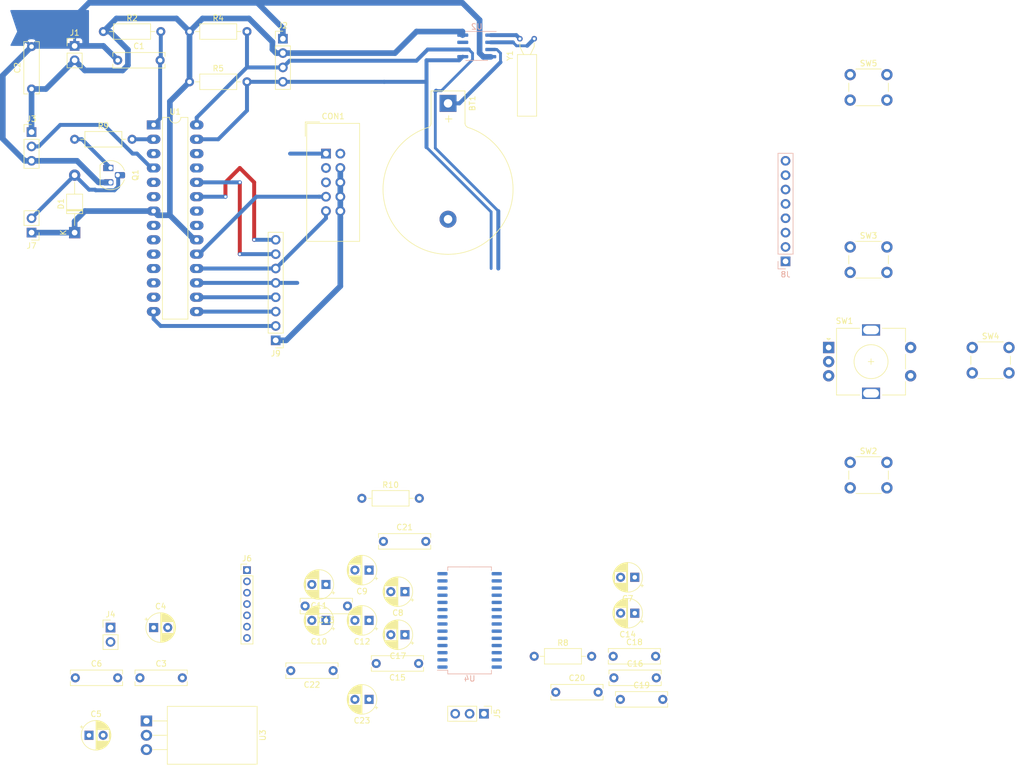
<source format=kicad_pcb>
(kicad_pcb (version 20171130) (host pcbnew 5.1.4+dfsg1-1)
  (layers (0 F.Cu signal) (31 B.Cu signal) (34 B.Paste user) (35 F.Paste user) (36 B.SilkS user) (37 F.SilkS user) (38 B.Mask user) (39 F.Mask user) (44 Edge.Cuts user))
  (net 0 "")
  (net 1 "Net-(BT1-Pad1)")
  (net 2 GND)
  (net 3 /Reset)
  (net 4 VCC)
  (net 5 GNDA)
  (net 6 "Net-(C3-Pad1)")
  (net 7 /+9V)
  (net 8 "Net-(C7-Pad2)")
  (net 9 "Net-(C7-Pad1)")
  (net 10 "Net-(C8-Pad2)")
  (net 11 "Net-(C8-Pad1)")
  (net 12 "Net-(C9-Pad1)")
  (net 13 "Net-(C9-Pad2)")
  (net 14 "Net-(C10-Pad1)")
  (net 15 "Net-(C10-Pad2)")
  (net 16 "Net-(C11-Pad1)")
  (net 17 "Net-(C11-Pad2)")
  (net 18 "Net-(C12-Pad2)")
  (net 19 "Net-(C12-Pad1)")
  (net 20 "Net-(C13-Pad2)")
  (net 21 "Net-(C14-Pad1)")
  (net 22 "Net-(C14-Pad2)")
  (net 23 "Net-(C15-Pad2)")
  (net 24 "Net-(C16-Pad2)")
  (net 25 "Net-(C16-Pad1)")
  (net 26 "Net-(C17-Pad1)")
  (net 27 "Net-(C17-Pad2)")
  (net 28 "Net-(C18-Pad2)")
  (net 29 "Net-(C19-Pad2)")
  (net 30 "Net-(C19-Pad1)")
  (net 31 "Net-(C20-Pad2)")
  (net 32 "Net-(C21-Pad2)")
  (net 33 "Net-(C22-Pad2)")
  (net 34 "Net-(C23-Pad1)")
  (net 35 /BTN3_MOSI)
  (net 36 "Net-(CON1-Pad3)")
  (net 37 /SCK)
  (net 38 /PowerBTN_MISO)
  (net 39 "Net-(D1-Pad2)")
  (net 40 /SCL)
  (net 41 /SDA)
  (net 42 /IRint)
  (net 43 /RIGHT)
  (net 44 /LEFT)
  (net 45 /A1_GND)
  (net 46 "Net-(J8-Pad2)")
  (net 47 "Net-(J8-Pad3)")
  (net 48 "Net-(J8-Pad4)")
  (net 49 "Net-(J8-Pad5)")
  (net 50 "Net-(J8-Pad6)")
  (net 51 "Net-(J8-Pad7)")
  (net 52 "Net-(J8-Pad8)")
  (net 53 /ENC0)
  (net 54 /ENC1)
  (net 55 /BTN2)
  (net 56 /BTN1)
  (net 57 /BTN0)
  (net 58 "Net-(Q1-Pad1)")
  (net 59 /Power)
  (net 60 "Net-(U1-Pad3)")
  (net 61 "Net-(U1-Pad5)")
  (net 62 "Net-(U1-Pad6)")
  (net 63 "Net-(U1-Pad9)")
  (net 64 "Net-(U1-Pad10)")
  (net 65 "Net-(U1-Pad11)")
  (net 66 "Net-(U1-Pad25)")
  (net 67 "Net-(U1-Pad12)")
  (net 68 "Net-(U1-Pad26)")
  (net 69 "Net-(U1-Pad13)")
  (net 70 "Net-(U2-Pad1)")
  (net 71 "Net-(U2-Pad2)")
  (net 72 "Net-(U2-Pad7)")
  (net 73 "Net-(U4-Pad22)")
  (net 74 "Net-(U4-Pad23)")
  (module Capacitor_THT:C_Rect_L9.0mm_W2.5mm_P7.50mm_MKT (layer F.Cu) (at 35.56 25.4)
    (fp_text reference C1 (at 3.75 -2.5) (layer F.SilkS))
    (fp_text value 100nF)
    (pad 2 thru_hole circle (at 7.5 0) (size 1.6 1.6) (drill 0.8) (layers *.Cu *.Mask) (net 3 /Reset))
    (pad 1 thru_hole circle (at 0 0) (size 1.6 1.6) (drill 0.8) (layers *.Cu *.Mask) (net 2 GND))
  )
  (module Capacitor_THT:C_Rect_L9.0mm_W2.5mm_P7.50mm_MKT (layer F.Cu) (at 20.32 30.48 90)
    (fp_text reference C2 (at 3.75 -2.5 90) (layer F.SilkS))
    (fp_text value 100nF)
    (pad 1 thru_hole circle (at 0 0 90) (size 1.6 1.6) (drill 0.8) (layers *.Cu *.Mask) (net 4 VCC))
    (pad 2 thru_hole circle (at 7.5 0 90) (size 1.6 1.6) (drill 0.8) (layers *.Cu *.Mask) (net 2 GND))
  )
  (module Capacitor_THT:C_Rect_L9.0mm_W2.5mm_P7.50mm_MKT (layer F.Cu) (at 39.49 134.62)
    (fp_text reference C3 (at 3.75 -2.5) (layer F.SilkS))
    (fp_text value 0.33uF)
    (pad 2 thru_hole circle (at 7.5 0) (size 1.6 1.6) (drill 0.8) (layers *.Cu *.Mask) (net 5 GNDA))
    (pad 1 thru_hole circle (at 0 0) (size 1.6 1.6) (drill 0.8) (layers *.Cu *.Mask) (net 6 "Net-(C3-Pad1)"))
  )
  (module Capacitor_THT:CP_Radial_D5.0mm_P2.50mm (layer F.Cu) (at 41.91 125.73)
    (fp_text reference C4 (at 1.25 -3.75) (layer F.SilkS))
    (fp_text value 100uF)
    (pad 2 thru_hole circle (at 2.5 0) (size 1.6 1.6) (drill 0.8) (layers *.Cu *.Mask) (net 5 GNDA))
    (pad 1 thru_hole rect (at 0 0) (size 1.6 1.6) (drill 0.8) (layers *.Cu *.Mask) (net 6 "Net-(C3-Pad1)"))
  )
  (module Capacitor_THT:CP_Radial_D5.0mm_P2.50mm (layer F.Cu) (at 30.48 144.78)
    (fp_text reference C5 (at 1.25 -3.75) (layer F.SilkS))
    (fp_text value 100uF)
    (pad 1 thru_hole rect (at 0 0) (size 1.6 1.6) (drill 0.8) (layers *.Cu *.Mask) (net 7 /+9V))
    (pad 2 thru_hole circle (at 2.5 0) (size 1.6 1.6) (drill 0.8) (layers *.Cu *.Mask) (net 5 GNDA))
  )
  (module Capacitor_THT:C_Rect_L9.0mm_W2.5mm_P7.50mm_MKT (layer F.Cu) (at 28.06 134.62)
    (fp_text reference C6 (at 3.75 -2.5) (layer F.SilkS))
    (fp_text value 100nF)
    (pad 1 thru_hole circle (at 0 0) (size 1.6 1.6) (drill 0.8) (layers *.Cu *.Mask) (net 7 /+9V))
    (pad 2 thru_hole circle (at 7.5 0) (size 1.6 1.6) (drill 0.8) (layers *.Cu *.Mask) (net 5 GNDA))
  )
  (module Capacitor_THT:CP_Radial_D5.0mm_P2.50mm (layer F.Cu) (at 127 116.84 180)
    (fp_text reference C7 (at 1.25 -3.75) (layer F.SilkS))
    (fp_text value 2.2uF)
    (pad 2 thru_hole circle (at 2.5 0 180) (size 1.6 1.6) (drill 0.8) (layers *.Cu *.Mask) (net 8 "Net-(C7-Pad2)"))
    (pad 1 thru_hole rect (at 0 0 180) (size 1.6 1.6) (drill 0.8) (layers *.Cu *.Mask) (net 9 "Net-(C7-Pad1)"))
  )
  (module Capacitor_THT:CP_Radial_D5.0mm_P2.50mm (layer F.Cu) (at 86.36 119.38 180)
    (fp_text reference C8 (at 1.25 -3.75) (layer F.SilkS))
    (fp_text value 2.2uF)
    (pad 2 thru_hole circle (at 2.5 0 180) (size 1.6 1.6) (drill 0.8) (layers *.Cu *.Mask) (net 10 "Net-(C8-Pad2)"))
    (pad 1 thru_hole rect (at 0 0 180) (size 1.6 1.6) (drill 0.8) (layers *.Cu *.Mask) (net 11 "Net-(C8-Pad1)"))
  )
  (module Capacitor_THT:CP_Radial_D5.0mm_P2.50mm (layer F.Cu) (at 80.01 115.57 180)
    (fp_text reference C9 (at 1.25 -3.75) (layer F.SilkS))
    (fp_text value 2.2uF)
    (pad 1 thru_hole rect (at 0 0 180) (size 1.6 1.6) (drill 0.8) (layers *.Cu *.Mask) (net 12 "Net-(C9-Pad1)"))
    (pad 2 thru_hole circle (at 2.5 0 180) (size 1.6 1.6) (drill 0.8) (layers *.Cu *.Mask) (net 13 "Net-(C9-Pad2)"))
  )
  (module Capacitor_THT:CP_Radial_D5.0mm_P2.50mm (layer F.Cu) (at 72.39 124.46 180)
    (fp_text reference C10 (at 1.25 -3.75) (layer F.SilkS))
    (fp_text value 2.2uF)
    (pad 1 thru_hole rect (at 0 0 180) (size 1.6 1.6) (drill 0.8) (layers *.Cu *.Mask) (net 14 "Net-(C10-Pad1)"))
    (pad 2 thru_hole circle (at 2.5 0 180) (size 1.6 1.6) (drill 0.8) (layers *.Cu *.Mask) (net 15 "Net-(C10-Pad2)"))
  )
  (module Capacitor_THT:CP_Radial_D5.0mm_P2.50mm (layer F.Cu) (at 72.39 118.11 180)
    (fp_text reference C11 (at 1.25 -3.75) (layer F.SilkS))
    (fp_text value 2.2uF)
    (pad 1 thru_hole rect (at 0 0 180) (size 1.6 1.6) (drill 0.8) (layers *.Cu *.Mask) (net 16 "Net-(C11-Pad1)"))
    (pad 2 thru_hole circle (at 2.5 0 180) (size 1.6 1.6) (drill 0.8) (layers *.Cu *.Mask) (net 17 "Net-(C11-Pad2)"))
  )
  (module Capacitor_THT:CP_Radial_D5.0mm_P2.50mm (layer F.Cu) (at 80.01 124.46 180)
    (fp_text reference C12 (at 1.25 -3.75) (layer F.SilkS))
    (fp_text value 2.2uF)
    (pad 2 thru_hole circle (at 2.5 0 180) (size 1.6 1.6) (drill 0.8) (layers *.Cu *.Mask) (net 18 "Net-(C12-Pad2)"))
    (pad 1 thru_hole rect (at 0 0 180) (size 1.6 1.6) (drill 0.8) (layers *.Cu *.Mask) (net 19 "Net-(C12-Pad1)"))
  )
  (module Capacitor_THT:C_Rect_L9.0mm_W2.5mm_P7.50mm_MKT (layer F.Cu) (at 76.2 121.92 180)
    (fp_text reference C13 (at 3.75 -2.5) (layer F.SilkS))
    (fp_text value 100nF)
    (pad 1 thru_hole circle (at 0 0 180) (size 1.6 1.6) (drill 0.8) (layers *.Cu *.Mask) (net 5 GNDA))
    (pad 2 thru_hole circle (at 7.5 0 180) (size 1.6 1.6) (drill 0.8) (layers *.Cu *.Mask) (net 20 "Net-(C13-Pad2)"))
  )
  (module Capacitor_THT:CP_Radial_D5.0mm_P2.50mm (layer F.Cu) (at 127 123.19 180)
    (fp_text reference C14 (at 1.25 -3.75) (layer F.SilkS))
    (fp_text value 2.2uF)
    (pad 1 thru_hole rect (at 0 0 180) (size 1.6 1.6) (drill 0.8) (layers *.Cu *.Mask) (net 21 "Net-(C14-Pad1)"))
    (pad 2 thru_hole circle (at 2.5 0 180) (size 1.6 1.6) (drill 0.8) (layers *.Cu *.Mask) (net 22 "Net-(C14-Pad2)"))
  )
  (module Capacitor_THT:C_Rect_L9.0mm_W2.5mm_P7.50mm_MKT (layer F.Cu) (at 88.78 132.08 180)
    (fp_text reference C15 (at 3.75 -2.5) (layer F.SilkS))
    (fp_text value 100nF)
    (pad 2 thru_hole circle (at 7.5 0 180) (size 1.6 1.6) (drill 0.8) (layers *.Cu *.Mask) (net 23 "Net-(C15-Pad2)"))
    (pad 1 thru_hole circle (at 0 0 180) (size 1.6 1.6) (drill 0.8) (layers *.Cu *.Mask) (net 5 GNDA))
  )
  (module Capacitor_THT:C_Rect_L9.0mm_W2.5mm_P7.50mm_MKT (layer F.Cu) (at 123.31 134.62)
    (fp_text reference C16 (at 3.75 -2.5) (layer F.SilkS))
    (fp_text value 100nF)
    (pad 2 thru_hole circle (at 7.5 0) (size 1.6 1.6) (drill 0.8) (layers *.Cu *.Mask) (net 24 "Net-(C16-Pad2)"))
    (pad 1 thru_hole circle (at 0 0) (size 1.6 1.6) (drill 0.8) (layers *.Cu *.Mask) (net 25 "Net-(C16-Pad1)"))
  )
  (module Capacitor_THT:CP_Radial_D5.0mm_P2.50mm (layer F.Cu) (at 86.36 127 180)
    (fp_text reference C17 (at 1.25 -3.75) (layer F.SilkS))
    (fp_text value 2.2uF)
    (pad 1 thru_hole rect (at 0 0 180) (size 1.6 1.6) (drill 0.8) (layers *.Cu *.Mask) (net 26 "Net-(C17-Pad1)"))
    (pad 2 thru_hole circle (at 2.5 0 180) (size 1.6 1.6) (drill 0.8) (layers *.Cu *.Mask) (net 27 "Net-(C17-Pad2)"))
  )
  (module Capacitor_THT:C_Rect_L9.0mm_W2.5mm_P7.50mm_MKT (layer F.Cu) (at 123.19 130.81)
    (fp_text reference C18 (at 3.75 -2.5) (layer F.SilkS))
    (fp_text value 100nF)
    (pad 2 thru_hole circle (at 7.5 0) (size 1.6 1.6) (drill 0.8) (layers *.Cu *.Mask) (net 28 "Net-(C18-Pad2)"))
    (pad 1 thru_hole circle (at 0 0) (size 1.6 1.6) (drill 0.8) (layers *.Cu *.Mask) (net 25 "Net-(C16-Pad1)"))
  )
  (module Capacitor_THT:C_Rect_L9.0mm_W2.5mm_P7.50mm_MKT (layer F.Cu) (at 124.46 138.43)
    (fp_text reference C19 (at 3.75 -2.5) (layer F.SilkS))
    (fp_text value 100nF)
    (pad 2 thru_hole circle (at 7.5 0) (size 1.6 1.6) (drill 0.8) (layers *.Cu *.Mask) (net 29 "Net-(C19-Pad2)"))
    (pad 1 thru_hole circle (at 0 0) (size 1.6 1.6) (drill 0.8) (layers *.Cu *.Mask) (net 30 "Net-(C19-Pad1)"))
  )
  (module Capacitor_THT:C_Rect_L9.0mm_W2.5mm_P7.50mm_MKT (layer F.Cu) (at 113.03 137.16)
    (fp_text reference C20 (at 3.75 -2.5) (layer F.SilkS))
    (fp_text value 100nF)
    (pad 1 thru_hole circle (at 0 0) (size 1.6 1.6) (drill 0.8) (layers *.Cu *.Mask) (net 30 "Net-(C19-Pad1)"))
    (pad 2 thru_hole circle (at 7.5 0) (size 1.6 1.6) (drill 0.8) (layers *.Cu *.Mask) (net 31 "Net-(C20-Pad2)"))
  )
  (module Capacitor_THT:C_Rect_L9.0mm_W2.5mm_P7.50mm_MKT (layer F.Cu) (at 82.55 110.49)
    (fp_text reference C21 (at 3.75 -2.5) (layer F.SilkS))
    (fp_text value 2.7nF)
    (pad 1 thru_hole circle (at 0 0) (size 1.6 1.6) (drill 0.8) (layers *.Cu *.Mask) (net 5 GNDA))
    (pad 2 thru_hole circle (at 7.5 0) (size 1.6 1.6) (drill 0.8) (layers *.Cu *.Mask) (net 32 "Net-(C21-Pad2)"))
  )
  (module Capacitor_THT:C_Rect_L9.0mm_W2.5mm_P7.50mm_MKT (layer F.Cu) (at 73.66 133.35 180)
    (fp_text reference C22 (at 3.75 -2.5) (layer F.SilkS))
    (fp_text value 2.7nF)
    (pad 1 thru_hole circle (at 0 0 180) (size 1.6 1.6) (drill 0.8) (layers *.Cu *.Mask) (net 5 GNDA))
    (pad 2 thru_hole circle (at 7.5 0 180) (size 1.6 1.6) (drill 0.8) (layers *.Cu *.Mask) (net 33 "Net-(C22-Pad2)"))
  )
  (module Capacitor_THT:CP_Radial_D5.0mm_P2.50mm (layer F.Cu) (at 80.01 138.43 180)
    (fp_text reference C23 (at 1.25 -3.75) (layer F.SilkS))
    (fp_text value 2.2uF)
    (pad 2 thru_hole circle (at 2.5 0 180) (size 1.6 1.6) (drill 0.8) (layers *.Cu *.Mask) (net 5 GNDA))
    (pad 1 thru_hole rect (at 0 0 180) (size 1.6 1.6) (drill 0.8) (layers *.Cu *.Mask) (net 34 "Net-(C23-Pad1)"))
  )
  (module Connector_IDC:IDC-Header_2x05_P2.54mm_Vertical (layer F.Cu) (at 72.39 41.91)
    (fp_text reference CON1 (at 1.27 -6.604) (layer F.SilkS))
    (fp_text value AVR-ISP-10)
    (pad 1 thru_hole rect (at 0 0) (size 1.7272 1.7272) (drill 1.016) (layers *.Cu *.Mask) (net 35 /BTN3_MOSI))
    (pad 2 thru_hole oval (at 2.54 0) (size 1.7272 1.7272) (drill 1.016) (layers *.Cu *.Mask) (net 4 VCC))
    (pad 3 thru_hole oval (at 0 2.54) (size 1.7272 1.7272) (drill 1.016) (layers *.Cu *.Mask) (net 36 "Net-(CON1-Pad3)"))
    (pad 4 thru_hole oval (at 2.54 2.54) (size 1.7272 1.7272) (drill 1.016) (layers *.Cu *.Mask) (net 2 GND))
    (pad 5 thru_hole oval (at 0 5.08) (size 1.7272 1.7272) (drill 1.016) (layers *.Cu *.Mask) (net 3 /Reset))
    (pad 6 thru_hole oval (at 2.54 5.08) (size 1.7272 1.7272) (drill 1.016) (layers *.Cu *.Mask) (net 2 GND))
    (pad 7 thru_hole oval (at 0 7.62) (size 1.7272 1.7272) (drill 1.016) (layers *.Cu *.Mask) (net 37 /SCK))
    (pad 8 thru_hole oval (at 2.54 7.62) (size 1.7272 1.7272) (drill 1.016) (layers *.Cu *.Mask) (net 2 GND))
    (pad 9 thru_hole oval (at 0 10.16) (size 1.7272 1.7272) (drill 1.016) (layers *.Cu *.Mask) (net 38 /PowerBTN_MISO))
    (pad 10 thru_hole oval (at 2.54 10.16) (size 1.7272 1.7272) (drill 1.016) (layers *.Cu *.Mask) (net 2 GND))
  )
  (module Diode_THT:D_T-1_P10.16mm_Horizontal (layer F.Cu) (at 27.94 55.88 90)
    (fp_text reference D1 (at 5.08 -2.42 90) (layer F.SilkS))
    (fp_text value D)
    (fp_text user K (at 0 -2 90) (layer F.SilkS))
    (pad 1 thru_hole rect (at 0 0 90) (size 2 2) (drill 1) (layers *.Cu *.Mask) (net 4 VCC))
    (pad 2 thru_hole oval (at 10.16 0 90) (size 2 2) (drill 1) (layers *.Cu *.Mask) (net 39 "Net-(D1-Pad2)"))
  )
  (module Connector_PinHeader_2.54mm:PinHeader_1x02_P2.54mm_Vertical (layer F.Cu) (at 27.94 22.86)
    (fp_text reference J1 (at 0 -2.33) (layer F.SilkS))
    (fp_text value CONN_01X02)
    (pad 2 thru_hole oval (at 0 2.54) (size 1.7 1.7) (drill 1) (layers *.Cu *.Mask) (net 4 VCC))
    (pad 1 thru_hole rect (at 0 0) (size 1.7 1.7) (drill 1) (layers *.Cu *.Mask) (net 2 GND))
  )
  (module Connector_PinHeader_2.54mm:PinHeader_1x04_P2.54mm_Vertical (layer F.Cu) (at 64.77 21.59)
    (fp_text reference J2 (at 0 -2.33) (layer F.SilkS))
    (fp_text value Conn_01x04)
    (pad 1 thru_hole rect (at 0 0) (size 1.7 1.7) (drill 1) (layers *.Cu *.Mask) (net 2 GND))
    (pad 2 thru_hole oval (at 0 2.54) (size 1.7 1.7) (drill 1) (layers *.Cu *.Mask) (net 4 VCC))
    (pad 3 thru_hole oval (at 0 5.08) (size 1.7 1.7) (drill 1) (layers *.Cu *.Mask) (net 40 /SCL))
    (pad 4 thru_hole oval (at 0 7.62) (size 1.7 1.7) (drill 1) (layers *.Cu *.Mask) (net 41 /SDA))
  )
  (module Connector_PinHeader_2.54mm:PinHeader_1x03_P2.54mm_Vertical (layer F.Cu) (at 20.32 38.1)
    (fp_text reference J3 (at 0 -2.33) (layer F.SilkS))
    (fp_text value CONN_01X03)
    (pad 1 thru_hole rect (at 0 0) (size 1.7 1.7) (drill 1) (layers *.Cu *.Mask) (net 4 VCC))
    (pad 2 thru_hole oval (at 0 2.54) (size 1.7 1.7) (drill 1) (layers *.Cu *.Mask) (net 42 /IRint))
    (pad 3 thru_hole oval (at 0 5.08) (size 1.7 1.7) (drill 1) (layers *.Cu *.Mask) (net 2 GND))
  )
  (module Connector_PinHeader_2.54mm:PinHeader_1x02_P2.54mm_Vertical (layer F.Cu) (at 34.29 125.73)
    (fp_text reference J4 (at 0 -2.33) (layer F.SilkS))
    (fp_text value CONN_01X02)
    (pad 1 thru_hole rect (at 0 0) (size 1.7 1.7) (drill 1) (layers *.Cu *.Mask) (net 5 GNDA))
    (pad 2 thru_hole oval (at 0 2.54) (size 1.7 1.7) (drill 1) (layers *.Cu *.Mask) (net 6 "Net-(C3-Pad1)"))
  )
  (module Connector_PinHeader_2.54mm:PinHeader_1x03_P2.54mm_Vertical (layer F.Cu) (at 100.33 140.97 270)
    (fp_text reference J5 (at 0 -2.33 90) (layer F.SilkS))
    (fp_text value CONN_01X03)
    (pad 3 thru_hole oval (at 0 5.08 270) (size 1.7 1.7) (drill 1) (layers *.Cu *.Mask) (net 5 GNDA))
    (pad 2 thru_hole oval (at 0 2.54 270) (size 1.7 1.7) (drill 1) (layers *.Cu *.Mask) (net 43 /RIGHT))
    (pad 1 thru_hole rect (at 0 0 270) (size 1.7 1.7) (drill 1) (layers *.Cu *.Mask) (net 44 /LEFT))
  )
  (module Connector_PinHeader_2.00mm:PinHeader_1x07_P2.00mm_Vertical (layer F.Cu) (at 58.42 115.57)
    (fp_text reference J6 (at 0 -2.06) (layer F.SilkS))
    (fp_text value CONN_01X07)
    (pad 1 thru_hole rect (at 0 0) (size 1.35 1.35) (drill 0.8) (layers *.Cu *.Mask) (net 5 GNDA))
    (pad 2 thru_hole oval (at 0 2) (size 1.35 1.35) (drill 0.8) (layers *.Cu *.Mask) (net 18 "Net-(C12-Pad2)"))
    (pad 3 thru_hole oval (at 0 4) (size 1.35 1.35) (drill 0.8) (layers *.Cu *.Mask) (net 17 "Net-(C11-Pad2)"))
    (pad 4 thru_hole oval (at 0 6) (size 1.35 1.35) (drill 0.8) (layers *.Cu *.Mask) (net 15 "Net-(C10-Pad2)"))
    (pad 5 thru_hole oval (at 0 8) (size 1.35 1.35) (drill 0.8) (layers *.Cu *.Mask) (net 13 "Net-(C9-Pad2)"))
    (pad 6 thru_hole oval (at 0 10) (size 1.35 1.35) (drill 0.8) (layers *.Cu *.Mask) (net 10 "Net-(C8-Pad2)"))
    (pad 7 thru_hole oval (at 0 12) (size 1.35 1.35) (drill 0.8) (layers *.Cu *.Mask) (net 8 "Net-(C7-Pad2)"))
  )
  (module Connector_PinHeader_2.54mm:PinHeader_1x02_P2.54mm_Vertical (layer F.Cu) (at 20.32 55.88 180)
    (fp_text reference J7 (at 0 -2.33) (layer F.SilkS))
    (fp_text value CONN_01X02)
    (pad 1 thru_hole rect (at 0 0 180) (size 1.7 1.7) (drill 1) (layers *.Cu *.Mask) (net 4 VCC))
    (pad 2 thru_hole oval (at 0 2.54 180) (size 1.7 1.7) (drill 1) (layers *.Cu *.Mask) (net 39 "Net-(D1-Pad2)"))
  )
  (module Connector_PinHeader_2.54mm:PinHeader_1x08_P2.54mm_Vertical (layer B.Cu) (at 153.67 60.96)
    (fp_text reference J8 (at 0 2.33) (layer B.SilkS) (effects (justify mirror)))
    (fp_text value CONN_01X08)
    (pad 1 thru_hole rect (at 0 0) (size 1.7 1.7) (drill 1) (layers *.Cu *.Mask) (net 45 /A1_GND))
    (pad 2 thru_hole oval (at 0 -2.54) (size 1.7 1.7) (drill 1) (layers *.Cu *.Mask) (net 46 "Net-(J8-Pad2)"))
    (pad 3 thru_hole oval (at 0 -5.08) (size 1.7 1.7) (drill 1) (layers *.Cu *.Mask) (net 47 "Net-(J8-Pad3)"))
    (pad 4 thru_hole oval (at 0 -7.62) (size 1.7 1.7) (drill 1) (layers *.Cu *.Mask) (net 48 "Net-(J8-Pad4)"))
    (pad 5 thru_hole oval (at 0 -10.16) (size 1.7 1.7) (drill 1) (layers *.Cu *.Mask) (net 49 "Net-(J8-Pad5)"))
    (pad 6 thru_hole oval (at 0 -12.7) (size 1.7 1.7) (drill 1) (layers *.Cu *.Mask) (net 50 "Net-(J8-Pad6)"))
    (pad 7 thru_hole oval (at 0 -15.24) (size 1.7 1.7) (drill 1) (layers *.Cu *.Mask) (net 51 "Net-(J8-Pad7)"))
    (pad 8 thru_hole oval (at 0 -17.78) (size 1.7 1.7) (drill 1) (layers *.Cu *.Mask) (net 52 "Net-(J8-Pad8)"))
  )
  (module Connector_PinHeader_2.54mm:PinHeader_1x08_P2.54mm_Vertical (layer F.Cu) (at 63.5 74.93 180)
    (fp_text reference J9 (at 0 -2.33) (layer F.SilkS))
    (fp_text value CONN_01X08)
    (pad 8 thru_hole oval (at 0 17.78 180) (size 1.7 1.7) (drill 1) (layers *.Cu *.Mask) (net 53 /ENC0))
    (pad 7 thru_hole oval (at 0 15.24 180) (size 1.7 1.7) (drill 1) (layers *.Cu *.Mask) (net 54 /ENC1))
    (pad 6 thru_hole oval (at 0 12.7 180) (size 1.7 1.7) (drill 1) (layers *.Cu *.Mask) (net 38 /PowerBTN_MISO))
    (pad 5 thru_hole oval (at 0 10.16 180) (size 1.7 1.7) (drill 1) (layers *.Cu *.Mask) (net 35 /BTN3_MOSI))
    (pad 4 thru_hole oval (at 0 7.62 180) (size 1.7 1.7) (drill 1) (layers *.Cu *.Mask) (net 55 /BTN2))
    (pad 3 thru_hole oval (at 0 5.08 180) (size 1.7 1.7) (drill 1) (layers *.Cu *.Mask) (net 56 /BTN1))
    (pad 2 thru_hole oval (at 0 2.54 180) (size 1.7 1.7) (drill 1) (layers *.Cu *.Mask) (net 57 /BTN0))
    (pad 1 thru_hole rect (at 0 0 180) (size 1.7 1.7) (drill 1) (layers *.Cu *.Mask) (net 2 GND))
  )
  (module Package_TO_SOT_THT:TO-92_HandSolder (layer F.Cu) (at 34.29 44.45 270)
    (fp_text reference Q1 (at 1.27 -4.4 90) (layer F.SilkS))
    (fp_text value .)
    (pad 2 thru_hole roundrect (at 1.27 -1.27 270) (size 1.1 1.8) (drill 0.75 (offset 0 -0.4)) (layers *.Cu *.Mask) (net 39 "Net-(D1-Pad2)"))
    (pad 3 thru_hole roundrect (at 2.54 0 270) (size 1.1 1.8) (drill 0.75 (offset 0 0.4)) (layers *.Cu *.Mask) (net 2 GND))
    (pad 1 thru_hole rect (at 0 0 270) (size 1.1 1.8) (drill 0.75 (offset 0 0.4)) (layers *.Cu *.Mask) (net 58 "Net-(Q1-Pad1)"))
  )
  (module Resistor_THT:R_Axial_DIN0207_L6.3mm_D2.5mm_P10.16mm_Horizontal (layer F.Cu) (at 33.02 20.32)
    (fp_text reference R2 (at 5.08 -2.37) (layer F.SilkS))
    (fp_text value 10k)
    (pad 2 thru_hole oval (at 10.16 0) (size 1.6 1.6) (drill 0.8) (layers *.Cu *.Mask) (net 3 /Reset))
    (pad 1 thru_hole circle (at 0 0) (size 1.6 1.6) (drill 0.8) (layers *.Cu *.Mask) (net 4 VCC))
  )
  (module Resistor_THT:R_Axial_DIN0207_L6.3mm_D2.5mm_P10.16mm_Horizontal (layer F.Cu) (at 48.26 20.32)
    (fp_text reference R4 (at 5.08 -2.37) (layer F.SilkS))
    (fp_text value 10k)
    (pad 1 thru_hole circle (at 0 0) (size 1.6 1.6) (drill 0.8) (layers *.Cu *.Mask) (net 4 VCC))
    (pad 2 thru_hole oval (at 10.16 0) (size 1.6 1.6) (drill 0.8) (layers *.Cu *.Mask) (net 40 /SCL))
  )
  (module Resistor_THT:R_Axial_DIN0207_L6.3mm_D2.5mm_P10.16mm_Horizontal (layer F.Cu) (at 48.26 29.21)
    (fp_text reference R5 (at 5.08 -2.37) (layer F.SilkS))
    (fp_text value 10k)
    (pad 2 thru_hole oval (at 10.16 0) (size 1.6 1.6) (drill 0.8) (layers *.Cu *.Mask) (net 41 /SDA))
    (pad 1 thru_hole circle (at 0 0) (size 1.6 1.6) (drill 0.8) (layers *.Cu *.Mask) (net 4 VCC))
  )
  (module Resistor_THT:R_Axial_DIN0207_L6.3mm_D2.5mm_P10.16mm_Horizontal (layer F.Cu) (at 109.22 130.81)
    (fp_text reference R8 (at 5.08 -2.37) (layer F.SilkS))
    (fp_text value 5.5k)
    (pad 1 thru_hole circle (at 0 0) (size 1.6 1.6) (drill 0.8) (layers *.Cu *.Mask) (net 5 GNDA))
    (pad 2 thru_hole oval (at 10.16 0) (size 1.6 1.6) (drill 0.8) (layers *.Cu *.Mask) (net 25 "Net-(C16-Pad1)"))
  )
  (module Resistor_THT:R_Axial_DIN0207_L6.3mm_D2.5mm_P10.16mm_Horizontal (layer F.Cu) (at 27.94 39.37)
    (fp_text reference R9 (at 5.08 -2.37) (layer F.SilkS))
    (fp_text value 3k)
    (pad 2 thru_hole oval (at 10.16 0) (size 1.6 1.6) (drill 0.8) (layers *.Cu *.Mask) (net 59 /Power))
    (pad 1 thru_hole circle (at 0 0) (size 1.6 1.6) (drill 0.8) (layers *.Cu *.Mask) (net 58 "Net-(Q1-Pad1)"))
  )
  (module Resistor_THT:R_Axial_DIN0207_L6.3mm_D2.5mm_P10.16mm_Horizontal (layer F.Cu) (at 78.74 102.87)
    (fp_text reference R10 (at 5.08 -2.37) (layer F.SilkS))
    (fp_text value 5.5k)
    (pad 1 thru_hole circle (at 0 0) (size 1.6 1.6) (drill 0.8) (layers *.Cu *.Mask) (net 5 GNDA))
    (pad 2 thru_hole oval (at 10.16 0) (size 1.6 1.6) (drill 0.8) (layers *.Cu *.Mask) (net 30 "Net-(C19-Pad1)"))
  )
  (module Rotary_Encoder:RotaryEncoder_Alps_EC11E-Switch_Vertical_H20mm (layer F.Cu) (at 161.29 76.2)
    (fp_text reference SW1 (at 2.8 -4.7) (layer F.SilkS))
    (fp_text value Rotary_Encoder)
    (pad S1 thru_hole circle (at 14.5 5) (size 2 2) (drill 1) (layers *.Cu *.Mask) (net 45 /A1_GND))
    (pad S2 thru_hole circle (at 14.5 0) (size 2 2) (drill 1) (layers *.Cu *.Mask) (net 50 "Net-(J8-Pad6)"))
    (pad MP thru_hole rect (at 7.5 8.1) (size 3.2 2) (drill oval 2.8 1.5) (layers *.Cu *.Mask))
    (pad MP thru_hole rect (at 7.5 -3.1) (size 3.2 2) (drill oval 2.8 1.5) (layers *.Cu *.Mask))
    (pad B thru_hole circle (at 0 5) (size 2 2) (drill 1) (layers *.Cu *.Mask) (net 51 "Net-(J8-Pad7)"))
    (pad C thru_hole circle (at 0 2.5) (size 2 2) (drill 1) (layers *.Cu *.Mask) (net 45 /A1_GND))
    (pad A thru_hole rect (at 0 0) (size 2 2) (drill 1) (layers *.Cu *.Mask) (net 52 "Net-(J8-Pad8)"))
  )
  (module Button_Switch_THT:SW_PUSH_6mm (layer F.Cu) (at 165.1 96.52)
    (fp_text reference SW2 (at 3.25 -2) (layer F.SilkS))
    (fp_text value SW_Push_Dual)
    (pad 1 thru_hole circle (at 6.5 0 90) (size 2 2) (drill 1.1) (layers *.Cu *.Mask) (net 45 /A1_GND))
    (pad 2 thru_hole circle (at 6.5 4.5 90) (size 2 2) (drill 1.1) (layers *.Cu *.Mask) (net 46 "Net-(J8-Pad2)"))
    (pad 1 thru_hole circle (at 0 0 90) (size 2 2) (drill 1.1) (layers *.Cu *.Mask) (net 45 /A1_GND))
    (pad 2 thru_hole circle (at 0 4.5 90) (size 2 2) (drill 1.1) (layers *.Cu *.Mask) (net 46 "Net-(J8-Pad2)"))
  )
  (module Button_Switch_THT:SW_PUSH_6mm (layer F.Cu) (at 165.1 58.42)
    (fp_text reference SW3 (at 3.25 -2) (layer F.SilkS))
    (fp_text value SW_Push_Dual)
    (pad 2 thru_hole circle (at 0 4.5 90) (size 2 2) (drill 1.1) (layers *.Cu *.Mask) (net 47 "Net-(J8-Pad3)"))
    (pad 1 thru_hole circle (at 0 0 90) (size 2 2) (drill 1.1) (layers *.Cu *.Mask) (net 45 /A1_GND))
    (pad 2 thru_hole circle (at 6.5 4.5 90) (size 2 2) (drill 1.1) (layers *.Cu *.Mask) (net 47 "Net-(J8-Pad3)"))
    (pad 1 thru_hole circle (at 6.5 0 90) (size 2 2) (drill 1.1) (layers *.Cu *.Mask) (net 45 /A1_GND))
  )
  (module Button_Switch_THT:SW_PUSH_6mm (layer F.Cu) (at 186.69 76.2)
    (fp_text reference SW4 (at 3.25 -2) (layer F.SilkS))
    (fp_text value SW_Push_Dual)
    (pad 1 thru_hole circle (at 6.5 0 90) (size 2 2) (drill 1.1) (layers *.Cu *.Mask) (net 45 /A1_GND))
    (pad 2 thru_hole circle (at 6.5 4.5 90) (size 2 2) (drill 1.1) (layers *.Cu *.Mask) (net 48 "Net-(J8-Pad4)"))
    (pad 1 thru_hole circle (at 0 0 90) (size 2 2) (drill 1.1) (layers *.Cu *.Mask) (net 45 /A1_GND))
    (pad 2 thru_hole circle (at 0 4.5 90) (size 2 2) (drill 1.1) (layers *.Cu *.Mask) (net 48 "Net-(J8-Pad4)"))
  )
  (module Button_Switch_THT:SW_PUSH_6mm (layer F.Cu) (at 165.1 27.94)
    (fp_text reference SW5 (at 3.25 -2) (layer F.SilkS))
    (fp_text value SW_Push_Dual)
    (pad 2 thru_hole circle (at 0 4.5 90) (size 2 2) (drill 1.1) (layers *.Cu *.Mask) (net 49 "Net-(J8-Pad5)"))
    (pad 1 thru_hole circle (at 0 0 90) (size 2 2) (drill 1.1) (layers *.Cu *.Mask) (net 45 /A1_GND))
    (pad 2 thru_hole circle (at 6.5 4.5 90) (size 2 2) (drill 1.1) (layers *.Cu *.Mask) (net 49 "Net-(J8-Pad5)"))
    (pad 1 thru_hole circle (at 6.5 0 90) (size 2 2) (drill 1.1) (layers *.Cu *.Mask) (net 45 /A1_GND))
  )
  (module Package_SO:SOIC-8_3.9x4.9mm_P1.27mm (layer B.Cu) (at 99.06 22.86 180)
    (fp_text reference U2 (at 0 3.4) (layer B.SilkS) (effects (justify mirror)))
    (fp_text value DS1307+)
    (pad 1 smd roundrect (at -2.475 1.905 180) (size 1.95 0.6) (layers B.Cu B.Paste B.Mask) (net 70 "Net-(U2-Pad1)"))
    (pad 2 smd roundrect (at -2.475 0.635 180) (size 1.95 0.6) (layers B.Cu B.Paste B.Mask) (net 71 "Net-(U2-Pad2)"))
    (pad 3 smd roundrect (at -2.475 -0.635 180) (size 1.95 0.6) (layers B.Cu B.Paste B.Mask) (net 1 "Net-(BT1-Pad1)"))
    (pad 4 smd roundrect (at -2.475 -1.905 180) (size 1.95 0.6) (layers B.Cu B.Paste B.Mask) (net 2 GND))
    (pad 5 smd roundrect (at 2.475 -1.905 180) (size 1.95 0.6) (layers B.Cu B.Paste B.Mask) (net 41 /SDA))
    (pad 6 smd roundrect (at 2.475 -0.635 180) (size 1.95 0.6) (layers B.Cu B.Paste B.Mask) (net 40 /SCL))
    (pad 7 smd roundrect (at 2.475 0.635 180) (size 1.95 0.6) (layers B.Cu B.Paste B.Mask) (net 72 "Net-(U2-Pad7)"))
    (pad 8 smd roundrect (at 2.475 1.905 180) (size 1.95 0.6) (layers B.Cu B.Paste B.Mask) (net 4 VCC))
  )
  (module Package_TO_SOT_THT:TO-220-3_Horizontal_TabDown (layer F.Cu) (at 40.64 142.24 270)
    (fp_text reference U3 (at 2.54 -20.58 90) (layer F.SilkS))
    (fp_text value LM7809CT)
    (pad "" np_thru_hole oval (at 2.54 -16.66 270) (size 3.5 3.5) (drill 3.5) (layers *.Cu *.Mask))
    (pad 1 thru_hole rect (at 0 0 270) (size 1.905 2) (drill 1.1) (layers *.Cu *.Mask) (net 6 "Net-(C3-Pad1)"))
    (pad 2 thru_hole oval (at 2.54 0 270) (size 1.905 2) (drill 1.1) (layers *.Cu *.Mask) (net 5 GNDA))
    (pad 3 thru_hole oval (at 5.08 0 270) (size 1.905 2) (drill 1.1) (layers *.Cu *.Mask) (net 7 /+9V))
  )
  (module Package_SO:SOIC-28W_7.5x18.7mm_P1.27mm (layer B.Cu) (at 97.79 124.46)
    (fp_text reference U4 (at 0 10.3) (layer B.SilkS) (effects (justify mirror)))
    (fp_text value TDA7313)
    (pad 1 smd roundrect (at -4.8 8.255) (size 1.8 0.6) (layers B.Cu B.Paste B.Mask) (net 34 "Net-(C23-Pad1)"))
    (pad 2 smd roundrect (at -4.8 6.985) (size 1.8 0.6) (layers B.Cu B.Paste B.Mask) (net 7 /+9V))
    (pad 3 smd roundrect (at -4.8 5.715) (size 1.8 0.6) (layers B.Cu B.Paste B.Mask) (net 5 GNDA))
    (pad 4 smd roundrect (at -4.8 4.445) (size 1.8 0.6) (layers B.Cu B.Paste B.Mask) (net 32 "Net-(C21-Pad2)"))
    (pad 5 smd roundrect (at -4.8 3.175) (size 1.8 0.6) (layers B.Cu B.Paste B.Mask) (net 33 "Net-(C22-Pad2)"))
    (pad 6 smd roundrect (at -4.8 1.905) (size 1.8 0.6) (layers B.Cu B.Paste B.Mask) (net 26 "Net-(C17-Pad1)"))
    (pad 7 smd roundrect (at -4.8 0.635) (size 1.8 0.6) (layers B.Cu B.Paste B.Mask) (net 27 "Net-(C17-Pad2)"))
    (pad 8 smd roundrect (at -4.8 -0.635) (size 1.8 0.6) (layers B.Cu B.Paste B.Mask) (net 23 "Net-(C15-Pad2)"))
    (pad 9 smd roundrect (at -4.8 -1.905) (size 1.8 0.6) (layers B.Cu B.Paste B.Mask) (net 19 "Net-(C12-Pad1)"))
    (pad 10 smd roundrect (at -4.8 -3.175) (size 1.8 0.6) (layers B.Cu B.Paste B.Mask) (net 14 "Net-(C10-Pad1)"))
    (pad 11 smd roundrect (at -4.8 -4.445) (size 1.8 0.6) (layers B.Cu B.Paste B.Mask) (net 11 "Net-(C8-Pad1)"))
    (pad 12 smd roundrect (at -4.8 -5.715) (size 1.8 0.6) (layers B.Cu B.Paste B.Mask) (net 20 "Net-(C13-Pad2)"))
    (pad 13 smd roundrect (at -4.8 -6.985) (size 1.8 0.6) (layers B.Cu B.Paste B.Mask) (net 16 "Net-(C11-Pad1)"))
    (pad 14 smd roundrect (at -4.8 -8.255) (size 1.8 0.6) (layers B.Cu B.Paste B.Mask) (net 12 "Net-(C9-Pad1)"))
    (pad 15 smd roundrect (at 4.8 -8.255) (size 1.8 0.6) (layers B.Cu B.Paste B.Mask) (net 9 "Net-(C7-Pad1)"))
    (pad 16 smd roundrect (at 4.8 -6.985) (size 1.8 0.6) (layers B.Cu B.Paste B.Mask) (net 21 "Net-(C14-Pad1)"))
    (pad 17 smd roundrect (at 4.8 -5.715) (size 1.8 0.6) (layers B.Cu B.Paste B.Mask) (net 22 "Net-(C14-Pad2)"))
    (pad 18 smd roundrect (at 4.8 -4.445) (size 1.8 0.6) (layers B.Cu B.Paste B.Mask) (net 28 "Net-(C18-Pad2)"))
    (pad 19 smd roundrect (at 4.8 -3.175) (size 1.8 0.6) (layers B.Cu B.Paste B.Mask) (net 24 "Net-(C16-Pad2)"))
    (pad 20 smd roundrect (at 4.8 -1.905) (size 1.8 0.6) (layers B.Cu B.Paste B.Mask) (net 31 "Net-(C20-Pad2)"))
    (pad 21 smd roundrect (at 4.8 -0.635) (size 1.8 0.6) (layers B.Cu B.Paste B.Mask) (net 29 "Net-(C19-Pad2)"))
    (pad 22 smd roundrect (at 4.8 0.635) (size 1.8 0.6) (layers B.Cu B.Paste B.Mask) (net 73 "Net-(U4-Pad22)"))
    (pad 23 smd roundrect (at 4.8 1.905) (size 1.8 0.6) (layers B.Cu B.Paste B.Mask) (net 74 "Net-(U4-Pad23)"))
    (pad 24 smd roundrect (at 4.8 3.175) (size 1.8 0.6) (layers B.Cu B.Paste B.Mask) (net 43 /RIGHT))
    (pad 25 smd roundrect (at 4.8 4.445) (size 1.8 0.6) (layers B.Cu B.Paste B.Mask) (net 44 /LEFT))
    (pad 26 smd roundrect (at 4.8 5.715) (size 1.8 0.6) (layers B.Cu B.Paste B.Mask) (net 2 GND))
    (pad 27 smd roundrect (at 4.8 6.985) (size 1.8 0.6) (layers B.Cu B.Paste B.Mask) (net 41 /SDA))
    (pad 28 smd roundrect (at 4.8 8.255) (size 1.8 0.6) (layers B.Cu B.Paste B.Mask) (net 40 /SCL))
  )
  (module Crystal:Crystal_AT310_D3.0mm_L10.0mm_Horizontal (layer F.Cu) (at 106.68 21.59)
    (fp_text reference Y1 (at -1.75 3 90) (layer F.SilkS))
    (fp_text value Crystal)
    (pad 1 thru_hole circle (at 0 0) (size 1 1) (drill 0.5) (layers *.Cu *.Mask) (net 70 "Net-(U2-Pad1)"))
    (pad 2 thru_hole circle (at 2.54 0) (size 1 1) (drill 0.5) (layers *.Cu *.Mask) (net 71 "Net-(U2-Pad2)"))
  )
  (module Battery:BatteryHolder_Keystone_103_1x20mm (layer F.Cu) (at 93.98 33.02 270)
    (fp_text reference BT1 (at 0 -4.3 90) (layer F.SilkS))
    (fp_text value Battery_Cell)
    (fp_text user + (at 2.75 0 90) (layer F.SilkS) (effects (font (size 1.5 1.5))))
    (pad 2 thru_hole circle (at 20.49 0 270) (size 3 3) (drill 1.5) (layers *.Cu *.Mask) (net 2 GND))
    (pad 1 thru_hole rect (at 0 0 270) (size 3 3) (drill 1.5) (layers *.Cu *.Mask) (net 1 "Net-(BT1-Pad1)"))
  )
  (module Package_DIP:DIP-28_W7.62mm_LongPads (layer F.Cu) (at 41.91 36.83)
    (fp_text reference U1 (at 3.81 -2.33) (layer F.SilkS))
    (fp_text value ATMEGA8A-PU)
    (pad 1 thru_hole rect (at 0 0) (size 2.4 1.6) (drill 0.8) (layers *.Cu *.Mask) (net 3 /Reset))
    (pad 15 thru_hole oval (at 7.62 33.02) (size 2.4 1.6) (drill 0.8) (layers *.Cu *.Mask) (net 56 /BTN1))
    (pad 2 thru_hole oval (at 0 2.54) (size 2.4 1.6) (drill 0.8) (layers *.Cu *.Mask) (net 59 /Power))
    (pad 16 thru_hole oval (at 7.62 30.48) (size 2.4 1.6) (drill 0.8) (layers *.Cu *.Mask) (net 55 /BTN2))
    (pad 3 thru_hole oval (at 0 5.08) (size 2.4 1.6) (drill 0.8) (layers *.Cu *.Mask) (net 60 "Net-(U1-Pad3)"))
    (pad 17 thru_hole oval (at 7.62 27.94) (size 2.4 1.6) (drill 0.8) (layers *.Cu *.Mask) (net 35 /BTN3_MOSI))
    (pad 4 thru_hole oval (at 0 7.62) (size 2.4 1.6) (drill 0.8) (layers *.Cu *.Mask) (net 42 /IRint))
    (pad 18 thru_hole oval (at 7.62 25.4) (size 2.4 1.6) (drill 0.8) (layers *.Cu *.Mask) (net 38 /PowerBTN_MISO))
    (pad 5 thru_hole oval (at 0 10.16) (size 2.4 1.6) (drill 0.8) (layers *.Cu *.Mask) (net 61 "Net-(U1-Pad5)"))
    (pad 19 thru_hole oval (at 7.62 22.86) (size 2.4 1.6) (drill 0.8) (layers *.Cu *.Mask) (net 37 /SCK))
    (pad 6 thru_hole oval (at 0 12.7) (size 2.4 1.6) (drill 0.8) (layers *.Cu *.Mask) (net 62 "Net-(U1-Pad6)"))
    (pad 20 thru_hole oval (at 7.62 20.32) (size 2.4 1.6) (drill 0.8) (layers *.Cu *.Mask) (net 4 VCC))
    (pad 7 thru_hole oval (at 0 15.24) (size 2.4 1.6) (drill 0.8) (layers *.Cu *.Mask) (net 4 VCC))
    (pad 21 thru_hole oval (at 7.62 17.78) (size 2.4 1.6) (drill 0.8) (layers *.Cu *.Mask) (net 5 GNDA))
    (pad 8 thru_hole oval (at 0 17.78) (size 2.4 1.6) (drill 0.8) (layers *.Cu *.Mask) (net 2 GND))
    (pad 22 thru_hole oval (at 7.62 15.24) (size 2.4 1.6) (drill 0.8) (layers *.Cu *.Mask) (net 2 GND))
    (pad 9 thru_hole oval (at 0 20.32) (size 2.4 1.6) (drill 0.8) (layers *.Cu *.Mask) (net 63 "Net-(U1-Pad9)"))
    (pad 23 thru_hole oval (at 7.62 12.7) (size 2.4 1.6) (drill 0.8) (layers *.Cu *.Mask) (net 53 /ENC0))
    (pad 10 thru_hole oval (at 0 22.86) (size 2.4 1.6) (drill 0.8) (layers *.Cu *.Mask) (net 64 "Net-(U1-Pad10)"))
    (pad 24 thru_hole oval (at 7.62 10.16) (size 2.4 1.6) (drill 0.8) (layers *.Cu *.Mask) (net 54 /ENC1))
    (pad 11 thru_hole oval (at 0 25.4) (size 2.4 1.6) (drill 0.8) (layers *.Cu *.Mask) (net 65 "Net-(U1-Pad11)"))
    (pad 25 thru_hole oval (at 7.62 7.62) (size 2.4 1.6) (drill 0.8) (layers *.Cu *.Mask) (net 66 "Net-(U1-Pad25)"))
    (pad 12 thru_hole oval (at 0 27.94) (size 2.4 1.6) (drill 0.8) (layers *.Cu *.Mask) (net 67 "Net-(U1-Pad12)"))
    (pad 26 thru_hole oval (at 7.62 5.08) (size 2.4 1.6) (drill 0.8) (layers *.Cu *.Mask) (net 68 "Net-(U1-Pad26)"))
    (pad 13 thru_hole oval (at 0 30.48) (size 2.4 1.6) (drill 0.8) (layers *.Cu *.Mask) (net 69 "Net-(U1-Pad13)"))
    (pad 27 thru_hole oval (at 7.62 2.54) (size 2.4 1.6) (drill 0.8) (layers *.Cu *.Mask) (net 41 /SDA))
    (pad 14 thru_hole oval (at 0 33.02) (size 2.4 1.6) (drill 0.8) (layers *.Cu *.Mask) (net 57 /BTN0))
    (pad 28 thru_hole oval (at 7.62 0) (size 2.4 1.6) (drill 0.8) (layers *.Cu *.Mask) (net 40 /SCL))
  )
  (segment (start 103.26001 25.73999) (end 95.98 33.02) (width 0.7) (layer B.Cu) (net 1))
  (segment (start 103.26001 24.14501) (end 103.26001 25.73999) (width 0.5) (layer B.Cu) (net 1))
  (segment (start 95.98 33.02) (end 93.98 33.02) (width 0.7) (layer B.Cu) (net 1))
  (segment (start 102.61 23.495) (end 103.26001 24.14501) (width 0.5) (layer B.Cu) (net 1))
  (segment (start 101.535 23.495) (end 102.61 23.495) (width 0.5) (layer B.Cu) (net 1))
  (segment (start 20.44 22.86) (end 20.32 22.98) (width 1) (layer B.Cu) (net 2))
  (segment (start 27.94 22.86) (end 20.44 22.86) (width 1) (layer B.Cu) (net 2))
  (segment (start 33.02 22.86) (end 35.56 25.4) (width 1) (layer B.Cu) (net 2))
  (segment (start 27.94 22.86) (end 33.02 22.86) (width 1) (layer B.Cu) (net 2))
  (segment (start 64.77 19.74) (end 60.27 15.24) (width 1) (layer B.Cu) (net 2))
  (segment (start 64.77 21.59) (end 64.77 19.74) (width 1) (layer B.Cu) (net 2))
  (segment (start 60.27 15.24) (end 30.48 15.24) (width 1) (layer B.Cu) (net 2))
  (segment (start 30.48 15.24) (end 27.94 17.78) (width 1) (layer B.Cu) (net 2))
  (segment (start 19.117919 43.18) (end 15.24 39.302081) (width 1) (layer B.Cu) (net 2))
  (segment (start 20.32 43.18) (end 19.117919 43.18) (width 1) (layer B.Cu) (net 2))
  (segment (start 15.24 28.06) (end 20.32 22.98) (width 1) (layer B.Cu) (net 2))
  (segment (start 15.24 39.302081) (end 15.24 28.06) (width 1) (layer B.Cu) (net 2))
  (segment (start 21.522081 43.18) (end 20.32 43.18) (width 1) (layer B.Cu) (net 2))
  (segment (start 28.360002 43.18) (end 21.522081 43.18) (width 1) (layer B.Cu) (net 2))
  (segment (start 32.170002 46.99) (end 28.360002 43.18) (width 1) (layer B.Cu) (net 2))
  (segment (start 34.29 46.99) (end 32.170002 46.99) (width 1) (layer B.Cu) (net 2))
  (segment (start 74.93 44.45) (end 74.93 52.07) (width 1) (layer B.Cu) (net 2))
  (segment (start 100.233648 24.79501) (end 101.535 24.79501) (width 1) (layer B.Cu) (net 2))
  (segment (start 99.55999 24.121352) (end 100.233648 24.79501) (width 1) (layer B.Cu) (net 2))
  (segment (start 99.55999 18.27999) (end 99.55999 24.121352) (width 1) (layer B.Cu) (net 2))
  (segment (start 60.27 15.24) (end 96.52 15.24) (width 1) (layer B.Cu) (net 2))
  (segment (start 96.52 15.24) (end 99.55999 18.27999) (width 1) (layer B.Cu) (net 2))
  (segment (start 74.93 53.291314) (end 74.93 52.07) (width 1) (layer B.Cu) (net 2))
  (segment (start 74.93 65.35) (end 74.93 53.291314) (width 1) (layer B.Cu) (net 2))
  (segment (start 65.35 74.93) (end 74.93 65.35) (width 1) (layer B.Cu) (net 2))
  (segment (start 63.5 74.93) (end 65.35 74.93) (width 1) (layer B.Cu) (net 2))
  (segment (start 43.18 25.28) (end 43.06 25.4) (width 0.7) (layer B.Cu) (net 3))
  (segment (start 43.18 20.32) (end 43.18 25.28) (width 0.7) (layer B.Cu) (net 3))
  (segment (start 43.06 35.68) (end 41.91 36.83) (width 0.7) (layer B.Cu) (net 3))
  (segment (start 43.06 25.4) (end 43.06 35.68) (width 0.7) (layer B.Cu) (net 3))
  (segment (start 22.86 30.48) (end 27.94 25.4) (width 1) (layer B.Cu) (net 4))
  (segment (start 20.32 30.48) (end 22.86 30.48) (width 1) (layer B.Cu) (net 4))
  (segment (start 34.15137 20.32) (end 33.02 20.32) (width 1) (layer B.Cu) (net 4))
  (segment (start 37.360001 23.528631) (end 34.15137 20.32) (width 1) (layer B.Cu) (net 4))
  (segment (start 37.360001 26.264001) (end 37.360001 23.528631) (width 1) (layer B.Cu) (net 4))
  (segment (start 36.424001 27.200001) (end 37.360001 26.264001) (width 1) (layer B.Cu) (net 4))
  (segment (start 29.740001 27.200001) (end 36.424001 27.200001) (width 1) (layer B.Cu) (net 4))
  (segment (start 27.94 25.4) (end 29.740001 27.200001) (width 1) (layer B.Cu) (net 4))
  (segment (start 48.26 20.32) (end 48.26 29.21) (width 1) (layer B.Cu) (net 4))
  (segment (start 45.95001 18.01001) (end 47.460001 19.520001) (width 1) (layer B.Cu) (net 4))
  (segment (start 35.32999 18.01001) (end 45.95001 18.01001) (width 1) (layer B.Cu) (net 4))
  (segment (start 47.460001 19.520001) (end 48.26 20.32) (width 1) (layer B.Cu) (net 4))
  (segment (start 33.02 20.32) (end 35.32999 18.01001) (width 1) (layer B.Cu) (net 4))
  (segment (start 62.919999 23.48208) (end 63.567919 24.13) (width 1) (layer B.Cu) (net 4))
  (segment (start 62.919999 22.155997) (end 62.919999 23.48208) (width 1) (layer B.Cu) (net 4))
  (segment (start 58.774012 18.01001) (end 62.919999 22.155997) (width 1) (layer B.Cu) (net 4))
  (segment (start 63.567919 24.13) (end 64.77 24.13) (width 1) (layer B.Cu) (net 4))
  (segment (start 50.56999 18.01001) (end 58.774012 18.01001) (width 1) (layer B.Cu) (net 4))
  (segment (start 48.26 20.32) (end 50.56999 18.01001) (width 1) (layer B.Cu) (net 4))
  (segment (start 20.32 38.1) (end 20.32 30.48) (width 1) (layer B.Cu) (net 4))
  (segment (start 49.124402 57.15) (end 49.53 57.15) (width 1) (layer B.Cu) (net 4))
  (segment (start 42.64999 52.80999) (end 44.784392 52.80999) (width 1) (layer B.Cu) (net 4))
  (segment (start 44.784392 52.80999) (end 49.124402 57.15) (width 1) (layer B.Cu) (net 4))
  (segment (start 41.91 52.07) (end 42.64999 52.80999) (width 1) (layer B.Cu) (net 4))
  (segment (start 27.94 53.88) (end 27.94 55.88) (width 1) (layer B.Cu) (net 4))
  (segment (start 29.75 52.07) (end 27.94 53.88) (width 1) (layer B.Cu) (net 4))
  (segment (start 41.91 52.07) (end 29.75 52.07) (width 1) (layer B.Cu) (net 4))
  (segment (start 44.784392 32.685608) (end 48.26 29.21) (width 1) (layer B.Cu) (net 4))
  (segment (start 44.784392 52.80999) (end 44.784392 32.685608) (width 1) (layer B.Cu) (net 4))
  (segment (start 20.32 55.88) (end 27.94 55.88) (width 1) (layer B.Cu) (net 4))
  (segment (start 84.59222 24.13) (end 88.40222 20.32) (width 1) (layer B.Cu) (net 4))
  (segment (start 64.77 24.13) (end 84.59222 24.13) (width 1) (layer B.Cu) (net 4))
  (segment (start 88.40222 20.32) (end 96.52 20.32) (width 1) (layer B.Cu) (net 4))
  (segment (start 96.55499 20.92499) (end 96.585 20.92499) (width 1) (layer B.Cu) (net 4))
  (segment (start 96.52 20.32) (end 96.52 20.89) (width 1) (layer B.Cu) (net 4))
  (segment (start 96.52 20.89) (end 96.55499 20.92499) (width 1) (layer B.Cu) (net 4))
  (segment (start 49.53 64.77) (end 63.5 64.77) (width 0.7) (layer B.Cu) (net 35))
  (segment (start 72.39 41.91) (end 66.04 41.91) (width 0.7) (layer B.Cu) (net 35))
  (segment (start 63.5 64.77) (end 67.31 64.77) (width 0.7) (layer B.Cu) (net 35))
  (segment (start 71.168686 49.53) (end 72.39 49.53) (width 0.7) (layer B.Cu) (net 37))
  (segment (start 60.09 49.53) (end 71.168686 49.53) (width 0.7) (layer B.Cu) (net 37))
  (segment (start 49.93 59.69) (end 60.09 49.53) (width 0.7) (layer B.Cu) (net 37))
  (segment (start 49.53 59.69) (end 49.93 59.69) (width 0.7) (layer B.Cu) (net 37))
  (segment (start 49.53 62.23) (end 63.5 62.23) (width 0.7) (layer B.Cu) (net 38))
  (segment (start 72.39 53.34) (end 72.39 52.07) (width 0.7) (layer B.Cu) (net 38))
  (segment (start 63.5 62.23) (end 72.39 53.34) (width 0.7) (layer B.Cu) (net 38))
  (segment (start 20.32 53.34) (end 27.94 45.72) (width 0.7) (layer B.Cu) (net 39))
  (segment (start 35.64001 45.80001) (end 35.56 45.72) (width 0.7) (layer B.Cu) (net 39))
  (segment (start 35.64001 47.730996) (end 35.64001 45.80001) (width 0.7) (layer B.Cu) (net 39))
  (segment (start 31.66081 48.39001) (end 34.980996 48.39001) (width 0.7) (layer B.Cu) (net 39))
  (segment (start 34.980996 48.39001) (end 35.64001 47.730996) (width 0.7) (layer B.Cu) (net 39))
  (segment (start 31.56081 48.29001) (end 31.66081 48.39001) (width 0.7) (layer B.Cu) (net 39))
  (segment (start 30.51001 48.29001) (end 31.56081 48.29001) (width 0.7) (layer B.Cu) (net 39))
  (segment (start 27.94 45.72) (end 30.51001 48.29001) (width 0.7) (layer B.Cu) (net 39))
  (segment (start 63.567919 26.67) (end 64.77 26.67) (width 0.7) (layer B.Cu) (net 40))
  (segment (start 58.39 26.67) (end 63.567919 26.67) (width 0.7) (layer B.Cu) (net 40))
  (segment (start 49.53 35.53) (end 58.39 26.67) (width 0.7) (layer B.Cu) (net 40))
  (segment (start 49.53 36.83) (end 49.53 35.53) (width 0.7) (layer B.Cu) (net 40))
  (segment (start 58.42 20.32) (end 58.42 26.67) (width 0.7) (layer B.Cu) (net 40))
  (segment (start 58.42 26.67) (end 58.39 26.67) (width 0.7) (layer B.Cu) (net 40))
  (segment (start 91.729999 30.919999) (end 91.729999 40.929999) (width 0.5) (layer B.Cu) (net 40))
  (segment (start 91.879999 30.769999) (end 91.729999 30.919999) (width 0.7) (layer B.Cu) (net 40))
  (segment (start 97.66 23.495) (end 98.31001 24.14501) (width 0.5) (layer B.Cu) (net 40))
  (segment (start 96.585 23.495) (end 97.66 23.495) (width 0.7) (layer B.Cu) (net 40))
  (segment (start 92.827809 30.769999) (end 91.879999 30.769999) (width 0.5) (layer B.Cu) (net 40))
  (segment (start 98.31001 24.14501) (end 98.31001 25.287798) (width 0.5) (layer B.Cu) (net 40))
  (segment (start 98.31001 25.287798) (end 92.827809 30.769999) (width 0.5) (layer B.Cu) (net 40))
  (segment (start 91.729999 40.929999) (end 102.87 52.07) (width 0.5) (layer B.Cu) (net 40))
  (segment (start 102.87 52.07) (end 102.87 62.23) (width 0.7) (layer B.Cu) (net 40))
  (segment (start 90.37793 23.495) (end 95.51 23.495) (width 0.7) (layer B.Cu) (net 40))
  (segment (start 95.51 23.495) (end 96.585 23.495) (width 0.7) (layer B.Cu) (net 40))
  (segment (start 88.39292 25.48001) (end 90.37793 23.495) (width 0.7) (layer B.Cu) (net 40))
  (segment (start 65.95999 25.48001) (end 88.39292 25.48001) (width 0.7) (layer B.Cu) (net 40))
  (segment (start 64.77 26.67) (end 65.95999 25.48001) (width 0.7) (layer B.Cu) (net 40))
  (segment (start 58.42 34.29) (end 58.42 29.21) (width 0.7) (layer B.Cu) (net 41))
  (segment (start 49.53 39.37) (end 53.34 39.37) (width 0.7) (layer B.Cu) (net 41))
  (segment (start 53.34 39.37) (end 58.42 34.29) (width 0.7) (layer B.Cu) (net 41))
  (segment (start 95.95 25.4) (end 96.585 24.765) (width 0.7) (layer B.Cu) (net 41))
  (segment (start 90.17 25.4) (end 95.95 25.4) (width 0.7) (layer B.Cu) (net 41))
  (segment (start 90.17 40.784226) (end 101.6 52.214226) (width 0.5) (layer B.Cu) (net 41))
  (segment (start 90.17 25.4) (end 90.17 40.784226) (width 0.7) (layer B.Cu) (net 41))
  (segment (start 101.6 52.214226) (end 101.6 62.23) (width 0.5) (layer B.Cu) (net 41))
  (segment (start 58.42 29.21) (end 64.77 29.21) (width 0.7) (layer B.Cu) (net 41))
  (segment (start 64.77 29.21) (end 82.694226 29.21) (width 0.7) (layer B.Cu) (net 41))
  (segment (start 82.694226 29.21) (end 90.17 29.21) (width 0.7) (layer B.Cu) (net 41))
  (segment (start 21.59 40.64) (end 20.32 40.64) (width 0.7) (layer B.Cu) (net 42))
  (segment (start 25.4 36.83) (end 21.59 40.64) (width 0.7) (layer B.Cu) (net 42))
  (segment (start 33.265998 36.83) (end 25.4 36.83) (width 0.7) (layer B.Cu) (net 42))
  (segment (start 41.51 44.45) (end 38.97 41.91) (width 0.7) (layer B.Cu) (net 42))
  (segment (start 33.265998 36.978) (end 33.265998 36.83) (width 0.7) (layer B.Cu) (net 42))
  (segment (start 38.97 41.91) (end 38.197998 41.91) (width 0.7) (layer B.Cu) (net 42))
  (segment (start 41.91 44.45) (end 41.51 44.45) (width 0.7) (layer B.Cu) (net 42))
  (segment (start 38.197998 41.91) (end 33.265998 36.978) (width 0.7) (layer B.Cu) (net 42))
  (segment (start 49.53 49.53) (end 54.61 49.53) (width 0.7) (layer B.Cu) (net 53))
  (segment (start 54.61 49.53) (end 54.61 49.53) (width 0.7) (layer B.Cu) (net 53))
  (via (at 54.61 49.53) (size 0.6) (drill 0.4) (layers F.Cu B.Cu) (net 53))
  (segment (start 54.61 49.53) (end 54.61 49.53) (width 0.7) (layer B.Cu) (net 53))
  (via (at 54.61 49.53) (size 0.6) (drill 0.4) (layers F.Cu B.Cu) (net 53))
  (segment (start 54.61 49.53) (end 54.61 46.99) (width 0.7) (layer F.Cu) (net 53))
  (segment (start 54.61 46.99) (end 57.15 44.45) (width 0.7) (layer F.Cu) (net 53))
  (segment (start 57.15 44.45) (end 59.69 46.99) (width 0.7) (layer F.Cu) (net 53))
  (segment (start 59.69 46.99) (end 59.69 57.15) (width 0.7) (layer F.Cu) (net 53))
  (segment (start 59.69 57.15) (end 59.69 57.15) (width 0.7) (layer F.Cu) (net 53))
  (via (at 59.69 57.15) (size 0.6) (drill 0.4) (layers F.Cu B.Cu) (net 53))
  (segment (start 63.5 57.15) (end 59.69 57.15) (width 0.7) (layer B.Cu) (net 53))
  (segment (start 49.53 46.99) (end 57.15 46.99) (width 0.7) (layer B.Cu) (net 54))
  (segment (start 57.15 46.99) (end 57.15 46.99) (width 0.7) (layer B.Cu) (net 54))
  (via (at 57.15 46.99) (size 0.6) (drill 0.4) (layers F.Cu B.Cu) (net 54))
  (segment (start 57.15 46.99) (end 57.15 59.69) (width 0.7) (layer F.Cu) (net 54))
  (segment (start 57.15 59.69) (end 57.15 59.69) (width 0.7) (layer F.Cu) (net 54))
  (via (at 57.15 59.69) (size 0.6) (drill 0.4) (layers F.Cu B.Cu) (net 54))
  (segment (start 57.15 59.69) (end 63.5 59.69) (width 0.7) (layer B.Cu) (net 54))
  (segment (start 49.53 67.31) (end 63.5 67.31) (width 0.7) (layer B.Cu) (net 55))
  (segment (start 49.53 69.85) (end 63.5 69.85) (width 0.7) (layer B.Cu) (net 56))
  (segment (start 62.297919 72.39) (end 63.5 72.39) (width 0.7) (layer B.Cu) (net 57))
  (segment (start 43.15 72.39) (end 62.297919 72.39) (width 0.7) (layer B.Cu) (net 57))
  (segment (start 41.91 71.15) (end 43.15 72.39) (width 0.7) (layer B.Cu) (net 57))
  (segment (start 41.91 69.85) (end 41.91 71.15) (width 0.7) (layer B.Cu) (net 57))
  (segment (start 29.21 39.37) (end 34.29 44.45) (width 0.7) (layer B.Cu) (net 58))
  (segment (start 27.94 39.37) (end 29.21 39.37) (width 0.7) (layer B.Cu) (net 58))
  (segment (start 38.1 39.37) (end 41.91 39.37) (width 0.7) (layer B.Cu) (net 59))
  (segment (start 106.045 20.955) (end 106.68 21.59) (width 0.7) (layer B.Cu) (net 70))
  (segment (start 101.535 20.955) (end 106.045 20.955) (width 0.7) (layer B.Cu) (net 70))
  (segment (start 108.720001 22.089999) (end 109.22 21.59) (width 0.7) (layer B.Cu) (net 71))
  (segment (start 105.464998 22.225) (end 106.079999 22.840001) (width 0.5) (layer B.Cu) (net 71))
  (segment (start 107.969999 22.840001) (end 108.720001 22.089999) (width 0.7) (layer B.Cu) (net 71))
  (segment (start 106.079999 22.840001) (end 107.969999 22.840001) (width 0.5) (layer B.Cu) (net 71))
  (segment (start 101.535 22.225) (end 105.464998 22.225) (width 0.7) (layer B.Cu) (net 71))
  (zone (net 2) (net_name GND) (layer B.Cu) (connect_pads (clearance 0.508)) (min_thickness 0.254) (fill yes (arc_segments 32) (thermal_gap 0.508) (thermal_bridge_width 0.508))
    (polygon (pts (xy 17.78 20.32) (xy 16.51 16.51) (xy 30.48 16.51) (xy 30.48 22.86) (xy 16.51 22.86)))
  )
)
</source>
